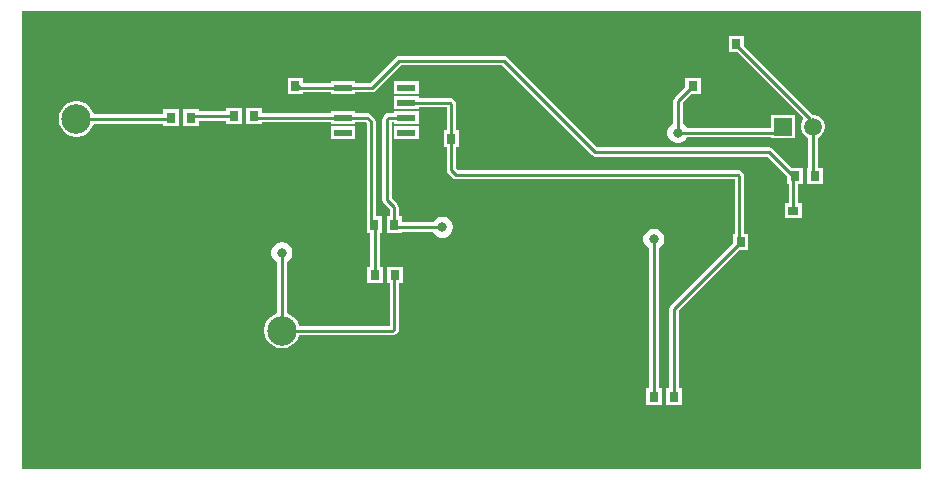
<source format=gtl>
G04*
G04 #@! TF.GenerationSoftware,Altium Limited,Altium Designer,22.6.1 (34)*
G04*
G04 Layer_Physical_Order=1*
G04 Layer_Color=255*
%FSLAX44Y44*%
%MOMM*%
G71*
G04*
G04 #@! TF.SameCoordinates,4A2B6ED2-E769-494B-A906-BAD3D60E24F7*
G04*
G04*
G04 #@! TF.FilePolarity,Positive*
G04*
G01*
G75*
%ADD10C,0.2000*%
%ADD11C,0.2540*%
%ADD19R,1.5500X0.6000*%
%ADD20R,0.7800X0.9100*%
%ADD21R,0.9100X0.7800*%
%ADD22C,2.5000*%
%ADD23R,1.5000X1.5000*%
%ADD24C,1.5000*%
%ADD25C,0.8000*%
G36*
X1082040Y864870D02*
X321310D01*
Y1252220D01*
X1082040D01*
Y864870D01*
D02*
G37*
%LPC*%
G36*
X656720Y1192990D02*
X636140D01*
Y1181910D01*
X656720D01*
Y1192990D01*
D02*
G37*
G36*
X506820Y1170410D02*
X493940D01*
Y1167205D01*
X470380D01*
Y1169140D01*
X457500D01*
Y1154960D01*
X470380D01*
Y1159435D01*
X493940D01*
Y1156230D01*
X506820D01*
Y1170410D01*
D02*
G37*
G36*
X656720Y1167590D02*
X636140D01*
Y1165935D01*
X631408D01*
X629921Y1165639D01*
X628661Y1164797D01*
X627173Y1163309D01*
X626331Y1162049D01*
X626035Y1160562D01*
Y1092200D01*
X626331Y1090713D01*
X627173Y1089453D01*
X632140Y1084486D01*
Y1078335D01*
X629585D01*
Y1064155D01*
X642465D01*
Y1065455D01*
X668887D01*
X669796Y1063881D01*
X671451Y1062226D01*
X673479Y1061056D01*
X675740Y1060450D01*
X678080D01*
X680341Y1061056D01*
X682369Y1062226D01*
X684024Y1063881D01*
X685194Y1065909D01*
X685800Y1068170D01*
Y1070510D01*
X685194Y1072771D01*
X684024Y1074799D01*
X682369Y1076454D01*
X680341Y1077624D01*
X678080Y1078230D01*
X675740D01*
X673479Y1077624D01*
X671451Y1076454D01*
X669796Y1074799D01*
X668887Y1073225D01*
X642465D01*
Y1078335D01*
X639910D01*
Y1086095D01*
X639614Y1087582D01*
X638772Y1088842D01*
X633805Y1093809D01*
Y1158165D01*
X636140D01*
Y1156510D01*
X656720D01*
Y1167590D01*
D02*
G37*
G36*
X368511Y1175820D02*
X365549D01*
X362643Y1175242D01*
X359906Y1174108D01*
X357443Y1172462D01*
X355348Y1170367D01*
X353702Y1167904D01*
X352568Y1165167D01*
X351990Y1162261D01*
Y1159299D01*
X352568Y1156393D01*
X353702Y1153656D01*
X355348Y1151193D01*
X357443Y1149098D01*
X359906Y1147452D01*
X362643Y1146318D01*
X365549Y1145740D01*
X368511D01*
X371417Y1146318D01*
X374154Y1147452D01*
X376617Y1149098D01*
X378712Y1151193D01*
X380358Y1153656D01*
X381492Y1156393D01*
X381592Y1156895D01*
X440600D01*
Y1154960D01*
X453480D01*
Y1169140D01*
X440600D01*
Y1164665D01*
X381592D01*
X381492Y1165167D01*
X380358Y1167904D01*
X378712Y1170367D01*
X376617Y1172462D01*
X374154Y1174108D01*
X371417Y1175242D01*
X368511Y1175820D01*
D02*
G37*
G36*
X895440Y1195810D02*
X882560D01*
Y1187774D01*
X873553Y1178767D01*
X872711Y1177507D01*
X872415Y1176020D01*
Y1157373D01*
X870841Y1156464D01*
X869186Y1154809D01*
X868016Y1152781D01*
X867410Y1150520D01*
Y1148180D01*
X868016Y1145919D01*
X869186Y1143891D01*
X870841Y1142236D01*
X872869Y1141066D01*
X875130Y1140460D01*
X877470D01*
X879731Y1141066D01*
X881759Y1142236D01*
X883414Y1143891D01*
X884323Y1145465D01*
X955160D01*
Y1144390D01*
X975240D01*
Y1164470D01*
X955160D01*
Y1153235D01*
X884323D01*
X883414Y1154809D01*
X881759Y1156464D01*
X880185Y1157373D01*
Y1174411D01*
X887404Y1181630D01*
X895440D01*
Y1195810D01*
D02*
G37*
G36*
X656720Y1154890D02*
X636140D01*
Y1143810D01*
X656720D01*
Y1154890D01*
D02*
G37*
G36*
X602720D02*
X582140D01*
Y1143810D01*
X602720D01*
Y1154890D01*
D02*
G37*
G36*
X932270Y1231370D02*
X919390D01*
Y1217190D01*
X926776D01*
X982969Y1160997D01*
X982566Y1160595D01*
X981244Y1158305D01*
X980560Y1155752D01*
Y1153108D01*
X981244Y1150555D01*
X982566Y1148265D01*
X984435Y1146396D01*
X986715Y1145080D01*
Y1119610D01*
X985820D01*
Y1105430D01*
X998700D01*
Y1119610D01*
X994485D01*
Y1145080D01*
X996765Y1146396D01*
X998634Y1148265D01*
X999956Y1150555D01*
X1000640Y1153108D01*
Y1155752D01*
X999956Y1158305D01*
X998634Y1160595D01*
X996765Y1162464D01*
X994475Y1163786D01*
X991922Y1164470D01*
X990484D01*
X932270Y1222684D01*
Y1231370D01*
D02*
G37*
G36*
X728980Y1214195D02*
X640080D01*
X638593Y1213899D01*
X637333Y1213057D01*
X615611Y1191335D01*
X602720D01*
Y1192990D01*
X582140D01*
Y1191335D01*
X558890D01*
Y1195810D01*
X546010D01*
Y1181630D01*
X558890D01*
Y1183565D01*
X582140D01*
Y1181910D01*
X602720D01*
Y1183565D01*
X617220D01*
X618707Y1183861D01*
X619967Y1184703D01*
X641689Y1206425D01*
X727371D01*
X803703Y1130093D01*
X804963Y1129251D01*
X806450Y1128955D01*
X952161D01*
X968920Y1112196D01*
Y1105430D01*
X970205D01*
Y1089750D01*
X967000D01*
Y1076870D01*
X981180D01*
Y1089750D01*
X977975D01*
Y1105430D01*
X981800D01*
Y1119610D01*
X972494D01*
X956517Y1135587D01*
X955257Y1136429D01*
X953770Y1136725D01*
X808059D01*
X731727Y1213057D01*
X730467Y1213899D01*
X728980Y1214195D01*
D02*
G37*
G36*
X523720Y1170410D02*
X510840D01*
Y1156230D01*
X523720D01*
Y1158165D01*
X582140D01*
Y1156510D01*
X602720D01*
Y1158165D01*
X611583D01*
X612610Y1157138D01*
Y1073875D01*
X612685Y1073500D01*
Y1064155D01*
X615875D01*
Y1035790D01*
X613320D01*
Y1021610D01*
X626200D01*
Y1035790D01*
X623645D01*
Y1064155D01*
X625565D01*
Y1078335D01*
X620380D01*
Y1158747D01*
X620084Y1160234D01*
X619242Y1161494D01*
X615939Y1164797D01*
X614679Y1165639D01*
X613192Y1165935D01*
X602720D01*
Y1167590D01*
X582140D01*
Y1165935D01*
X523720D01*
Y1170410D01*
D02*
G37*
G36*
X542190Y1056640D02*
X539850D01*
X537589Y1056034D01*
X535561Y1054864D01*
X533906Y1053209D01*
X532736Y1051181D01*
X532130Y1048920D01*
Y1046580D01*
X532736Y1044319D01*
X533906Y1042291D01*
X535561Y1040636D01*
X537135Y1039727D01*
Y996272D01*
X536633Y996172D01*
X533896Y995038D01*
X531433Y993392D01*
X529338Y991297D01*
X527692Y988834D01*
X526558Y986097D01*
X525980Y983191D01*
Y980229D01*
X526558Y977323D01*
X527692Y974586D01*
X529338Y972123D01*
X531433Y970028D01*
X533896Y968382D01*
X536633Y967248D01*
X539539Y966670D01*
X542501D01*
X545407Y967248D01*
X548144Y968382D01*
X550607Y970028D01*
X552702Y972123D01*
X554348Y974586D01*
X555482Y977323D01*
X555582Y977825D01*
X634782D01*
X636269Y978121D01*
X637529Y978963D01*
X639017Y980451D01*
X639859Y981711D01*
X640155Y983198D01*
Y1021610D01*
X643100D01*
Y1035790D01*
X630220D01*
Y1021610D01*
X632385D01*
Y985595D01*
X555582D01*
X555482Y986097D01*
X554348Y988834D01*
X552702Y991297D01*
X550607Y993392D01*
X548144Y995038D01*
X545407Y996172D01*
X544905Y996272D01*
Y1039727D01*
X546479Y1040636D01*
X548134Y1042291D01*
X549304Y1044319D01*
X549910Y1046580D01*
Y1048920D01*
X549304Y1051181D01*
X548134Y1053209D01*
X546479Y1054864D01*
X544451Y1056034D01*
X542190Y1056640D01*
D02*
G37*
G36*
X656720Y1180290D02*
X636140D01*
Y1169210D01*
X656720D01*
Y1170865D01*
X680645D01*
Y1151360D01*
X678090D01*
Y1137180D01*
X680645D01*
Y1117818D01*
X680941Y1116331D01*
X681783Y1115071D01*
X685811Y1111043D01*
X687071Y1110201D01*
X688558Y1109905D01*
X924485D01*
Y1063730D01*
X922810D01*
Y1055694D01*
X870133Y1003017D01*
X869291Y1001757D01*
X868995Y1000270D01*
Y932920D01*
X866440D01*
Y918740D01*
X879320D01*
Y932920D01*
X876765D01*
Y998661D01*
X927654Y1049550D01*
X935690D01*
Y1063730D01*
X932255D01*
Y1112302D01*
X931959Y1113789D01*
X931117Y1115049D01*
X929629Y1116537D01*
X928369Y1117379D01*
X926882Y1117675D01*
X690167D01*
X688415Y1119427D01*
Y1137180D01*
X690970D01*
Y1151360D01*
X688415D01*
Y1173262D01*
X688119Y1174749D01*
X687277Y1176009D01*
X685789Y1177497D01*
X684529Y1178339D01*
X683042Y1178635D01*
X656720D01*
Y1180290D01*
D02*
G37*
G36*
X857150Y1068070D02*
X854810D01*
X852549Y1067464D01*
X850521Y1066294D01*
X848866Y1064639D01*
X847696Y1062611D01*
X847090Y1060350D01*
Y1058010D01*
X847696Y1055749D01*
X848866Y1053721D01*
X850521Y1052066D01*
X852095Y1051158D01*
Y932920D01*
X849540D01*
Y918740D01*
X862420D01*
Y932920D01*
X859865D01*
Y1051158D01*
X861439Y1052066D01*
X863094Y1053721D01*
X864264Y1055749D01*
X864870Y1058010D01*
Y1060350D01*
X864264Y1062611D01*
X863094Y1064639D01*
X861439Y1066294D01*
X859411Y1067464D01*
X857150Y1068070D01*
D02*
G37*
%LPD*%
D10*
X974090Y1113790D02*
X975360Y1112520D01*
D11*
X974090Y1111250D02*
X974725Y1111885D01*
X974090Y1083310D02*
Y1111250D01*
X928370Y1057520D02*
X929250Y1056640D01*
X928370Y1057520D02*
Y1112302D01*
X688558Y1113790D02*
X926882D01*
X928370Y1112302D01*
X684530Y1117818D02*
X688558Y1113790D01*
X684530Y1117818D02*
Y1144270D01*
X646430Y1174750D02*
X683042D01*
X684530Y1144270D02*
Y1173262D01*
X683042Y1174750D02*
X684530Y1173262D01*
X367030Y1160780D02*
X445770D01*
X447040Y1162050D01*
X463940D02*
X465210Y1163320D01*
X500380D01*
X517280D02*
X518550Y1162050D01*
X592430D01*
X616495Y1073875D02*
X619125Y1071245D01*
X616495Y1073875D02*
Y1158747D01*
X592430Y1162050D02*
X613192D01*
X616495Y1158747D01*
X636025Y1071245D02*
Y1086095D01*
X629920Y1092200D02*
X636025Y1086095D01*
X629920Y1092200D02*
Y1160562D01*
X631408Y1162050D02*
X646430D01*
X629920Y1160562D02*
X631408Y1162050D01*
X636025Y1071245D02*
X637930Y1069340D01*
X676910D01*
X619760Y1028700D02*
Y1070610D01*
X619125Y1071245D02*
X619760Y1070610D01*
X541020Y981710D02*
Y1047750D01*
X636270Y1028310D02*
X636660Y1028700D01*
X634782Y981710D02*
X636270Y983198D01*
X541020Y981710D02*
X634782D01*
X636270Y983198D02*
Y1028310D01*
X553395Y1190315D02*
X556260Y1187450D01*
X953770Y1132840D02*
X974725Y1111885D01*
X806450Y1132840D02*
X953770D01*
X556260Y1187450D02*
X592430D01*
X517280Y1163320D02*
X518160Y1164200D01*
X592430Y1187450D02*
X617220D01*
X640080Y1210310D01*
X728980D01*
X990600Y1114800D02*
Y1154430D01*
X988216Y1156814D02*
Y1161244D01*
X925830Y1223630D02*
Y1224280D01*
Y1223630D02*
X988216Y1161244D01*
Y1156814D02*
X990600Y1154430D01*
X960120Y1149350D02*
X965200Y1154430D01*
X876300Y1149350D02*
X960120D01*
X876300Y1176020D02*
X889000Y1188720D01*
X876300Y1149350D02*
Y1176020D01*
X855980Y925830D02*
Y1059180D01*
X872880Y925830D02*
Y1000270D01*
X929250Y1056640D01*
X728980Y1210310D02*
X806450Y1132840D01*
D19*
X646430Y1174750D02*
D03*
Y1187450D02*
D03*
Y1162050D02*
D03*
Y1149350D02*
D03*
X592430Y1187450D02*
D03*
Y1174750D02*
D03*
Y1162050D02*
D03*
Y1149350D02*
D03*
D20*
X552450Y1188720D02*
D03*
X535550D02*
D03*
X684530Y1144270D02*
D03*
X701430D02*
D03*
X463940Y1162050D02*
D03*
X447040D02*
D03*
X619760Y1028700D02*
D03*
X636660D02*
D03*
X992260Y1112520D02*
D03*
X975360D02*
D03*
X855980Y925830D02*
D03*
X872880D02*
D03*
X500380Y1163320D02*
D03*
X517280D02*
D03*
X619125Y1071245D02*
D03*
X636025D02*
D03*
X908930Y1224280D02*
D03*
X925830D02*
D03*
X946150Y1056640D02*
D03*
X929250D02*
D03*
X872100Y1188720D02*
D03*
X889000D02*
D03*
D21*
X974090Y1066410D02*
D03*
Y1083310D02*
D03*
D22*
X516020Y1006710D02*
D03*
X566020D02*
D03*
Y956710D02*
D03*
X516020D02*
D03*
X541020Y981710D02*
D03*
X342030Y1185780D02*
D03*
X392030D02*
D03*
Y1135780D02*
D03*
X342030D02*
D03*
X367030Y1160780D02*
D03*
D23*
X965200Y1154430D02*
D03*
D24*
X990600D02*
D03*
X1016000D02*
D03*
D25*
X676910Y1069340D02*
D03*
X541020Y1047750D02*
D03*
X876300Y1149350D02*
D03*
X855980Y1059180D02*
D03*
M02*

</source>
